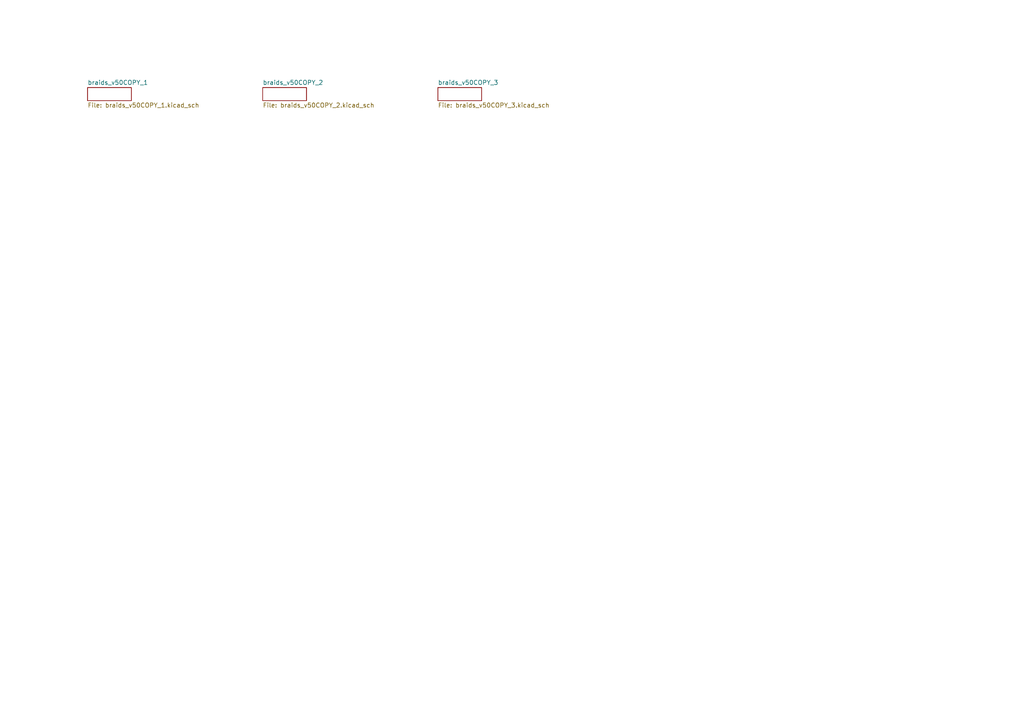
<source format=kicad_sch>
(kicad_sch
	(version 20231120)
	(generator "eeschema")
	(generator_version "8.0")
	(uuid "96704e10-87ce-4041-999b-802e1d878d4a")
	(paper "A4")
	(lib_symbols)
	(sheet
		(at 76.2 25.4)
		(size 12.7 3.81)
		(fields_autoplaced yes)
		(stroke
			(width 0)
			(type solid)
		)
		(fill
			(color 0 0 0 0.0000)
		)
		(uuid "2394f0b7-f102-499e-be03-cdef6b773b1b")
		(property "Sheetname" "braids_v50COPY_2"
			(at 76.2 24.6884 0)
			(effects
				(font
					(size 1.27 1.27)
				)
				(justify left bottom)
			)
		)
		(property "Sheetfile" "braids_v50COPY_2.kicad_sch"
			(at 76.2 29.7946 0)
			(effects
				(font
					(size 1.27 1.27)
				)
				(justify left top)
			)
		)
		(instances
			(project "braids_v50COPY"
				(path "/96704e10-87ce-4041-999b-802e1d878d4a"
					(page "2")
				)
			)
		)
	)
	(sheet
		(at 25.4 25.4)
		(size 12.7 3.81)
		(fields_autoplaced yes)
		(stroke
			(width 0)
			(type solid)
		)
		(fill
			(color 0 0 0 0.0000)
		)
		(uuid "63a1b563-f25e-48e1-b53b-2cac6318eb3b")
		(property "Sheetname" "braids_v50COPY_1"
			(at 25.4 24.6884 0)
			(effects
				(font
					(size 1.27 1.27)
				)
				(justify left bottom)
			)
		)
		(property "Sheetfile" "braids_v50COPY_1.kicad_sch"
			(at 25.4 29.7946 0)
			(effects
				(font
					(size 1.27 1.27)
				)
				(justify left top)
			)
		)
		(instances
			(project "braids_v50COPY"
				(path "/96704e10-87ce-4041-999b-802e1d878d4a"
					(page "1")
				)
			)
		)
	)
	(sheet
		(at 127 25.4)
		(size 12.7 3.81)
		(fields_autoplaced yes)
		(stroke
			(width 0)
			(type solid)
		)
		(fill
			(color 0 0 0 0.0000)
		)
		(uuid "910d19d3-74d7-4c04-9dca-ecbd4a42300e")
		(property "Sheetname" "braids_v50COPY_3"
			(at 127 24.6884 0)
			(effects
				(font
					(size 1.27 1.27)
				)
				(justify left bottom)
			)
		)
		(property "Sheetfile" "braids_v50COPY_3.kicad_sch"
			(at 127 29.7946 0)
			(effects
				(font
					(size 1.27 1.27)
				)
				(justify left top)
			)
		)
		(instances
			(project "braids_v50COPY"
				(path "/96704e10-87ce-4041-999b-802e1d878d4a"
					(page "3")
				)
			)
		)
	)
	(sheet_instances
		(path "/"
			(page "1")
		)
	)
)

</source>
